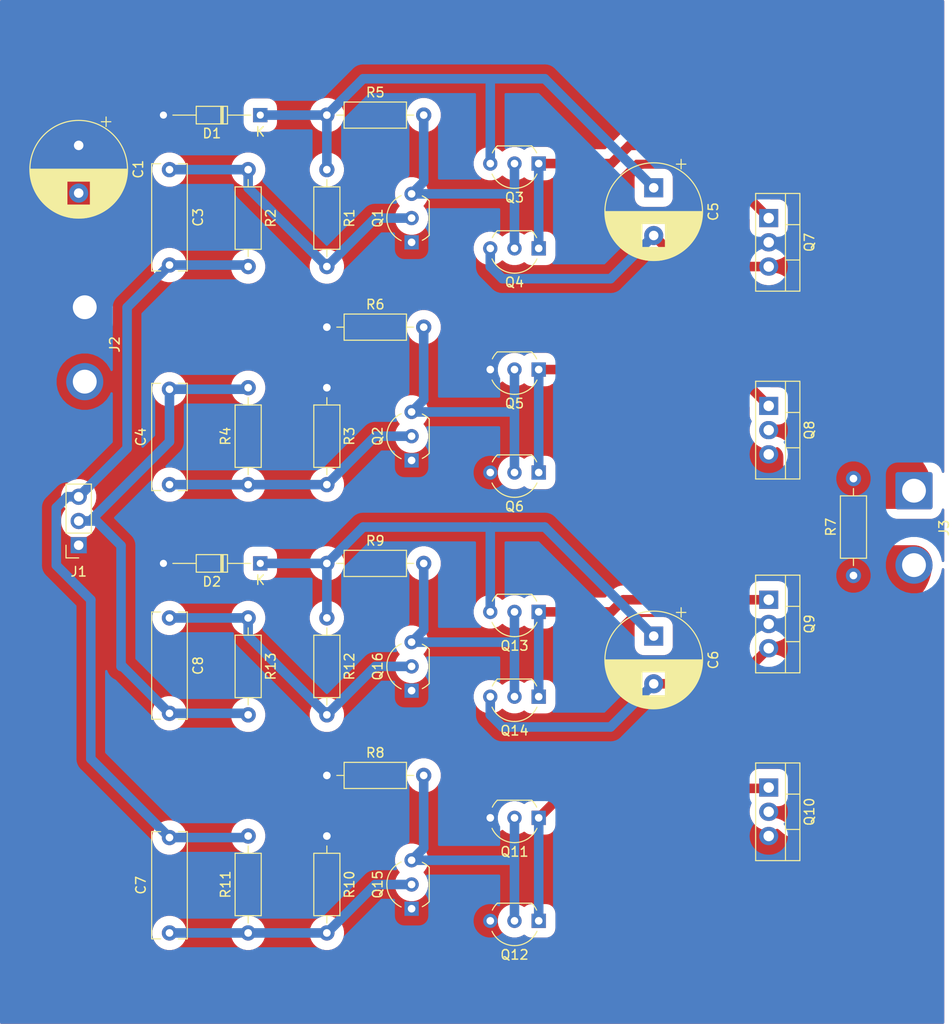
<source format=kicad_pcb>
(kicad_pcb (version 20171130) (host pcbnew "(5.1.6)-1")
  (layers (0 F.Cu signal) (31 B.Cu signal) (34 B.Paste user) (35 F.Paste user) (36 B.SilkS user) (37 F.SilkS user) (38 B.Mask user) (39 F.Mask user) (44 Edge.Cuts user))
  (net 0 "")
  (net 1 GND)
  (net 2 +12V)
  (net 3 SIG_A)
  (net 4 "Net-(C3-Pad1)")
  (net 5 SIG_B)
  (net 6 "Net-(C4-Pad1)")
  (net 7 OUT_A)
  (net 8 "Net-(C5-Pad1)")
  (net 9 OUT_B)
  (net 10 "Net-(C6-Pad1)")
  (net 11 "Net-(C7-Pad1)")
  (net 12 "Net-(C8-Pad1)")
  (net 13 "Net-(Q1-Pad3)")
  (net 14 "Net-(Q2-Pad3)")
  (net 15 "Net-(Q3-Pad1)")
  (net 16 "Net-(Q5-Pad1)")
  (net 17 "Net-(Q13-Pad1)")
  (net 18 "Net-(Q10-Pad1)")
  (net 19 "Net-(Q11-Pad2)")
  (net 20 "Net-(Q13-Pad2)")
  (module Capacitor_THT:CP_Radial_D10.0mm_P5.00mm (layer F.Cu) (at 55.245 44.45 270)
    (fp_text reference C1 (at 2.5 -6.25 90) (layer F.SilkS))
    (fp_text value 1000u)
    (pad 2 thru_hole circle (at 5 0 270) (size 2 2) (drill 1) (layers *.Cu *.Mask) (net 1 GND))
    (pad 1 thru_hole rect (at 0 0 270) (size 2 2) (drill 1) (layers *.Cu *.Mask) (net 2 +12V))
  )
  (module Resistor_THT:R_Axial_DIN0207_L6.3mm_D2.5mm_P10.16mm_Horizontal (layer F.Cu) (at 136.525 89.535 90)
    (fp_text reference R7 (at 5.08 -2.37 90) (layer F.SilkS))
    (fp_text value 470)
    (pad 2 thru_hole oval (at 10.16 0 90) (size 1.6 1.6) (drill 0.8) (layers *.Cu *.Mask) (net 7 OUT_A))
    (pad 1 thru_hole circle (at 0 0 90) (size 1.6 1.6) (drill 0.8) (layers *.Cu *.Mask) (net 9 OUT_B))
  )
  (module Package_TO_SOT_THT:TO-92_Inline_Wide (layer F.Cu) (at 103.505 125.73 180)
    (fp_text reference Q12 (at 2.54 -3.56) (layer F.SilkS))
    (fp_text value Q_PNP_EBC)
    (pad 2 thru_hole circle (at 2.54 0 270) (size 1.5 1.5) (drill 0.8) (layers *.Cu *.Mask) (net 19 "Net-(Q11-Pad2)"))
    (pad 3 thru_hole circle (at 5.08 0 270) (size 1.5 1.5) (drill 0.8) (layers *.Cu *.Mask) (net 1 GND))
    (pad 1 thru_hole rect (at 0 0 270) (size 1.5 1.5) (drill 0.8) (layers *.Cu *.Mask) (net 18 "Net-(Q10-Pad1)"))
  )
  (module Package_TO_SOT_THT:TO-92_Inline_Wide (layer F.Cu) (at 90.17 124.46 90)
    (fp_text reference Q15 (at 2.54 -3.56 90) (layer F.SilkS))
    (fp_text value Q_NPN_EBC)
    (pad 2 thru_hole circle (at 2.54 0 180) (size 1.5 1.5) (drill 0.8) (layers *.Cu *.Mask) (net 11 "Net-(C7-Pad1)"))
    (pad 3 thru_hole circle (at 5.08 0 180) (size 1.5 1.5) (drill 0.8) (layers *.Cu *.Mask) (net 19 "Net-(Q11-Pad2)"))
    (pad 1 thru_hole rect (at 0 0 180) (size 1.5 1.5) (drill 0.8) (layers *.Cu *.Mask) (net 1 GND))
  )
  (module Package_TO_SOT_THT:TO-92_Inline_Wide (layer F.Cu) (at 103.505 114.935 180)
    (fp_text reference Q11 (at 2.54 -3.56) (layer F.SilkS))
    (fp_text value Q_NPN_EBC)
    (pad 2 thru_hole circle (at 2.54 0 270) (size 1.5 1.5) (drill 0.8) (layers *.Cu *.Mask) (net 19 "Net-(Q11-Pad2)"))
    (pad 3 thru_hole circle (at 5.08 0 270) (size 1.5 1.5) (drill 0.8) (layers *.Cu *.Mask) (net 2 +12V))
    (pad 1 thru_hole rect (at 0 0 270) (size 1.5 1.5) (drill 0.8) (layers *.Cu *.Mask) (net 18 "Net-(Q10-Pad1)"))
  )
  (module Resistor_THT:R_Axial_DIN0207_L6.3mm_D2.5mm_P10.16mm_Horizontal (layer F.Cu) (at 81.28 110.49)
    (fp_text reference R8 (at 5.08 -2.37) (layer F.SilkS))
    (fp_text value 1k)
    (pad 1 thru_hole circle (at 0 0) (size 1.6 1.6) (drill 0.8) (layers *.Cu *.Mask) (net 2 +12V))
    (pad 2 thru_hole oval (at 10.16 0) (size 1.6 1.6) (drill 0.8) (layers *.Cu *.Mask) (net 19 "Net-(Q11-Pad2)"))
  )
  (module Resistor_THT:R_Axial_DIN0207_L6.3mm_D2.5mm_P10.16mm_Horizontal (layer F.Cu) (at 81.28 116.84 270)
    (fp_text reference R10 (at 5.08 -2.37 90) (layer F.SilkS))
    (fp_text value 100k)
    (pad 1 thru_hole circle (at 0 0 270) (size 1.6 1.6) (drill 0.8) (layers *.Cu *.Mask) (net 2 +12V))
    (pad 2 thru_hole oval (at 10.16 0 270) (size 1.6 1.6) (drill 0.8) (layers *.Cu *.Mask) (net 11 "Net-(C7-Pad1)"))
  )
  (module Resistor_THT:R_Axial_DIN0207_L6.3mm_D2.5mm_P10.16mm_Horizontal (layer F.Cu) (at 73.025 127 90)
    (fp_text reference R11 (at 5.08 -2.37 90) (layer F.SilkS))
    (fp_text value 2.2k)
    (pad 1 thru_hole circle (at 0 0 90) (size 1.6 1.6) (drill 0.8) (layers *.Cu *.Mask) (net 11 "Net-(C7-Pad1)"))
    (pad 2 thru_hole oval (at 10.16 0 90) (size 1.6 1.6) (drill 0.8) (layers *.Cu *.Mask) (net 3 SIG_A))
  )
  (module Capacitor_THT:C_Rect_L11.0mm_W3.5mm_P10.00mm_MKT (layer F.Cu) (at 64.77 127 90)
    (fp_text reference C7 (at 5 -3 90) (layer F.SilkS))
    (fp_text value 0.1u)
    (pad 1 thru_hole circle (at 0 0 90) (size 1.6 1.6) (drill 0.8) (layers *.Cu *.Mask) (net 11 "Net-(C7-Pad1)"))
    (pad 2 thru_hole circle (at 10 0 90) (size 1.6 1.6) (drill 0.8) (layers *.Cu *.Mask) (net 3 SIG_A))
  )
  (module Package_TO_SOT_THT:TO-92_Inline_Wide (layer F.Cu) (at 103.505 102.235 180)
    (fp_text reference Q14 (at 2.54 -3.56) (layer F.SilkS))
    (fp_text value Q_PNP_EBC)
    (pad 2 thru_hole circle (at 2.54 0 270) (size 1.5 1.5) (drill 0.8) (layers *.Cu *.Mask) (net 20 "Net-(Q13-Pad2)"))
    (pad 3 thru_hole circle (at 5.08 0 270) (size 1.5 1.5) (drill 0.8) (layers *.Cu *.Mask) (net 9 OUT_B))
    (pad 1 thru_hole rect (at 0 0 270) (size 1.5 1.5) (drill 0.8) (layers *.Cu *.Mask) (net 17 "Net-(Q13-Pad1)"))
  )
  (module Package_TO_SOT_THT:TO-92_Inline_Wide (layer F.Cu) (at 90.17 101.6 90)
    (fp_text reference Q16 (at 2.54 -3.56 90) (layer F.SilkS))
    (fp_text value Q_NPN_EBC)
    (pad 2 thru_hole circle (at 2.54 0 180) (size 1.5 1.5) (drill 0.8) (layers *.Cu *.Mask) (net 12 "Net-(C8-Pad1)"))
    (pad 3 thru_hole circle (at 5.08 0 180) (size 1.5 1.5) (drill 0.8) (layers *.Cu *.Mask) (net 20 "Net-(Q13-Pad2)"))
    (pad 1 thru_hole rect (at 0 0 180) (size 1.5 1.5) (drill 0.8) (layers *.Cu *.Mask) (net 1 GND))
  )
  (module Package_TO_SOT_THT:TO-92_Inline_Wide (layer F.Cu) (at 103.505 93.345 180)
    (fp_text reference Q13 (at 2.54 -3.56) (layer F.SilkS))
    (fp_text value Q_NPN_EBC)
    (pad 2 thru_hole circle (at 2.54 0 270) (size 1.5 1.5) (drill 0.8) (layers *.Cu *.Mask) (net 20 "Net-(Q13-Pad2)"))
    (pad 3 thru_hole circle (at 5.08 0 270) (size 1.5 1.5) (drill 0.8) (layers *.Cu *.Mask) (net 10 "Net-(C6-Pad1)"))
    (pad 1 thru_hole rect (at 0 0 270) (size 1.5 1.5) (drill 0.8) (layers *.Cu *.Mask) (net 17 "Net-(Q13-Pad1)"))
  )
  (module Resistor_THT:R_Axial_DIN0207_L6.3mm_D2.5mm_P10.16mm_Horizontal (layer F.Cu) (at 81.28 93.98 270)
    (fp_text reference R12 (at 5.08 -2.37 90) (layer F.SilkS))
    (fp_text value 100k)
    (pad 1 thru_hole circle (at 0 0 270) (size 1.6 1.6) (drill 0.8) (layers *.Cu *.Mask) (net 10 "Net-(C6-Pad1)"))
    (pad 2 thru_hole oval (at 10.16 0 270) (size 1.6 1.6) (drill 0.8) (layers *.Cu *.Mask) (net 12 "Net-(C8-Pad1)"))
  )
  (module Resistor_THT:R_Axial_DIN0207_L6.3mm_D2.5mm_P10.16mm_Horizontal (layer F.Cu) (at 81.28 88.265)
    (fp_text reference R9 (at 5.08 -2.37) (layer F.SilkS))
    (fp_text value 1k)
    (pad 1 thru_hole circle (at 0 0) (size 1.6 1.6) (drill 0.8) (layers *.Cu *.Mask) (net 10 "Net-(C6-Pad1)"))
    (pad 2 thru_hole oval (at 10.16 0) (size 1.6 1.6) (drill 0.8) (layers *.Cu *.Mask) (net 20 "Net-(Q13-Pad2)"))
  )
  (module Resistor_THT:R_Axial_DIN0207_L6.3mm_D2.5mm_P10.16mm_Horizontal (layer F.Cu) (at 73.025 93.98 270)
    (fp_text reference R13 (at 5.08 -2.37 90) (layer F.SilkS))
    (fp_text value 2.2k)
    (pad 1 thru_hole circle (at 0 0 270) (size 1.6 1.6) (drill 0.8) (layers *.Cu *.Mask) (net 12 "Net-(C8-Pad1)"))
    (pad 2 thru_hole oval (at 10.16 0 270) (size 1.6 1.6) (drill 0.8) (layers *.Cu *.Mask) (net 5 SIG_B))
  )
  (module Diode_THT:D_DO-34_SOD68_P10.16mm_Horizontal (layer F.Cu) (at 74.295 88.265 180)
    (fp_text reference D2 (at 5.08 -1.92) (layer F.SilkS))
    (fp_text value D)
    (fp_text user K (at 0 -1.75) (layer F.SilkS))
    (pad 1 thru_hole rect (at 0 0 180) (size 1.5 1.5) (drill 0.75) (layers *.Cu *.Mask) (net 10 "Net-(C6-Pad1)"))
    (pad 2 thru_hole oval (at 10.16 0 180) (size 1.5 1.5) (drill 0.75) (layers *.Cu *.Mask) (net 2 +12V))
  )
  (module Capacitor_THT:CP_Radial_D10.0mm_P5.00mm (layer F.Cu) (at 115.57 95.885 270)
    (fp_text reference C6 (at 2.5 -6.25 90) (layer F.SilkS))
    (fp_text value 10u)
    (pad 1 thru_hole rect (at 0 0 270) (size 2 2) (drill 1) (layers *.Cu *.Mask) (net 10 "Net-(C6-Pad1)"))
    (pad 2 thru_hole circle (at 5 0 270) (size 2 2) (drill 1) (layers *.Cu *.Mask) (net 9 OUT_B))
  )
  (module Capacitor_THT:C_Rect_L11.0mm_W3.5mm_P10.00mm_MKT (layer F.Cu) (at 64.77 93.98 270)
    (fp_text reference C8 (at 5 -3 90) (layer F.SilkS))
    (fp_text value 0.1u)
    (pad 1 thru_hole circle (at 0 0 270) (size 1.6 1.6) (drill 0.8) (layers *.Cu *.Mask) (net 12 "Net-(C8-Pad1)"))
    (pad 2 thru_hole circle (at 10 0 270) (size 1.6 1.6) (drill 0.8) (layers *.Cu *.Mask) (net 5 SIG_B))
  )
  (module Package_TO_SOT_THT:TO-92_Inline_Wide (layer F.Cu) (at 103.505 78.74 180)
    (fp_text reference Q6 (at 2.54 -3.56) (layer F.SilkS))
    (fp_text value Q_PNP_EBC)
    (pad 1 thru_hole rect (at 0 0 270) (size 1.5 1.5) (drill 0.8) (layers *.Cu *.Mask) (net 16 "Net-(Q5-Pad1)"))
    (pad 3 thru_hole circle (at 5.08 0 270) (size 1.5 1.5) (drill 0.8) (layers *.Cu *.Mask) (net 1 GND))
    (pad 2 thru_hole circle (at 2.54 0 270) (size 1.5 1.5) (drill 0.8) (layers *.Cu *.Mask) (net 14 "Net-(Q2-Pad3)"))
  )
  (module Package_TO_SOT_THT:TO-92_Inline_Wide (layer F.Cu) (at 103.505 67.945 180)
    (fp_text reference Q5 (at 2.54 -3.56) (layer F.SilkS))
    (fp_text value Q_NPN_EBC)
    (pad 1 thru_hole rect (at 0 0 270) (size 1.5 1.5) (drill 0.8) (layers *.Cu *.Mask) (net 16 "Net-(Q5-Pad1)"))
    (pad 3 thru_hole circle (at 5.08 0 270) (size 1.5 1.5) (drill 0.8) (layers *.Cu *.Mask) (net 2 +12V))
    (pad 2 thru_hole circle (at 2.54 0 270) (size 1.5 1.5) (drill 0.8) (layers *.Cu *.Mask) (net 14 "Net-(Q2-Pad3)"))
  )
  (module Package_TO_SOT_THT:TO-92_Inline_Wide (layer F.Cu) (at 103.505 55.245 180)
    (fp_text reference Q4 (at 2.54 -3.56) (layer F.SilkS))
    (fp_text value Q_PNP_EBC)
    (pad 1 thru_hole rect (at 0 0 270) (size 1.5 1.5) (drill 0.8) (layers *.Cu *.Mask) (net 15 "Net-(Q3-Pad1)"))
    (pad 3 thru_hole circle (at 5.08 0 270) (size 1.5 1.5) (drill 0.8) (layers *.Cu *.Mask) (net 7 OUT_A))
    (pad 2 thru_hole circle (at 2.54 0 270) (size 1.5 1.5) (drill 0.8) (layers *.Cu *.Mask) (net 13 "Net-(Q1-Pad3)"))
  )
  (module Package_TO_SOT_THT:TO-92_Inline_Wide (layer F.Cu) (at 103.505 46.355 180)
    (fp_text reference Q3 (at 2.54 -3.56) (layer F.SilkS))
    (fp_text value Q_NPN_EBC)
    (pad 1 thru_hole rect (at 0 0 270) (size 1.5 1.5) (drill 0.8) (layers *.Cu *.Mask) (net 15 "Net-(Q3-Pad1)"))
    (pad 3 thru_hole circle (at 5.08 0 270) (size 1.5 1.5) (drill 0.8) (layers *.Cu *.Mask) (net 8 "Net-(C5-Pad1)"))
    (pad 2 thru_hole circle (at 2.54 0 270) (size 1.5 1.5) (drill 0.8) (layers *.Cu *.Mask) (net 13 "Net-(Q1-Pad3)"))
  )
  (module Package_TO_SOT_THT:TO-92_Inline_Wide (layer F.Cu) (at 90.17 77.47 90)
    (fp_text reference Q2 (at 2.54 -3.56 90) (layer F.SilkS))
    (fp_text value Q_NPN_EBC)
    (pad 1 thru_hole rect (at 0 0 180) (size 1.5 1.5) (drill 0.8) (layers *.Cu *.Mask) (net 1 GND))
    (pad 3 thru_hole circle (at 5.08 0 180) (size 1.5 1.5) (drill 0.8) (layers *.Cu *.Mask) (net 14 "Net-(Q2-Pad3)"))
    (pad 2 thru_hole circle (at 2.54 0 180) (size 1.5 1.5) (drill 0.8) (layers *.Cu *.Mask) (net 6 "Net-(C4-Pad1)"))
  )
  (module Package_TO_SOT_THT:TO-92_Inline_Wide (layer F.Cu) (at 90.17 54.61 90)
    (fp_text reference Q1 (at 2.54 -3.56 90) (layer F.SilkS))
    (fp_text value Q_NPN_EBC)
    (pad 1 thru_hole rect (at 0 0 180) (size 1.5 1.5) (drill 0.8) (layers *.Cu *.Mask) (net 1 GND))
    (pad 3 thru_hole circle (at 5.08 0 180) (size 1.5 1.5) (drill 0.8) (layers *.Cu *.Mask) (net 13 "Net-(Q1-Pad3)"))
    (pad 2 thru_hole circle (at 2.54 0 180) (size 1.5 1.5) (drill 0.8) (layers *.Cu *.Mask) (net 4 "Net-(C3-Pad1)"))
  )
  (module Resistor_THT:R_Axial_DIN0207_L6.3mm_D2.5mm_P10.16mm_Horizontal (layer F.Cu) (at 81.28 63.5)
    (fp_text reference R6 (at 5.08 -2.37) (layer F.SilkS))
    (fp_text value 1k)
    (pad 2 thru_hole oval (at 10.16 0) (size 1.6 1.6) (drill 0.8) (layers *.Cu *.Mask) (net 14 "Net-(Q2-Pad3)"))
    (pad 1 thru_hole circle (at 0 0) (size 1.6 1.6) (drill 0.8) (layers *.Cu *.Mask) (net 2 +12V))
  )
  (module Resistor_THT:R_Axial_DIN0207_L6.3mm_D2.5mm_P10.16mm_Horizontal (layer F.Cu) (at 81.28 41.275)
    (fp_text reference R5 (at 5.08 -2.37) (layer F.SilkS))
    (fp_text value 1k)
    (pad 2 thru_hole oval (at 10.16 0) (size 1.6 1.6) (drill 0.8) (layers *.Cu *.Mask) (net 13 "Net-(Q1-Pad3)"))
    (pad 1 thru_hole circle (at 0 0) (size 1.6 1.6) (drill 0.8) (layers *.Cu *.Mask) (net 8 "Net-(C5-Pad1)"))
  )
  (module Resistor_THT:R_Axial_DIN0207_L6.3mm_D2.5mm_P10.16mm_Horizontal (layer F.Cu) (at 73.025 80.01 90)
    (fp_text reference R4 (at 5.08 -2.37 90) (layer F.SilkS))
    (fp_text value 2.2k)
    (pad 2 thru_hole oval (at 10.16 0 90) (size 1.6 1.6) (drill 0.8) (layers *.Cu *.Mask) (net 5 SIG_B))
    (pad 1 thru_hole circle (at 0 0 90) (size 1.6 1.6) (drill 0.8) (layers *.Cu *.Mask) (net 6 "Net-(C4-Pad1)"))
  )
  (module Resistor_THT:R_Axial_DIN0207_L6.3mm_D2.5mm_P10.16mm_Horizontal (layer F.Cu) (at 81.28 69.85 270)
    (fp_text reference R3 (at 5.08 -2.37 90) (layer F.SilkS))
    (fp_text value 100k)
    (pad 2 thru_hole oval (at 10.16 0 270) (size 1.6 1.6) (drill 0.8) (layers *.Cu *.Mask) (net 6 "Net-(C4-Pad1)"))
    (pad 1 thru_hole circle (at 0 0 270) (size 1.6 1.6) (drill 0.8) (layers *.Cu *.Mask) (net 2 +12V))
  )
  (module Resistor_THT:R_Axial_DIN0207_L6.3mm_D2.5mm_P10.16mm_Horizontal (layer F.Cu) (at 73.025 46.99 270)
    (fp_text reference R2 (at 5.08 -2.37 90) (layer F.SilkS))
    (fp_text value 2.2k)
    (pad 2 thru_hole oval (at 10.16 0 270) (size 1.6 1.6) (drill 0.8) (layers *.Cu *.Mask) (net 3 SIG_A))
    (pad 1 thru_hole circle (at 0 0 270) (size 1.6 1.6) (drill 0.8) (layers *.Cu *.Mask) (net 4 "Net-(C3-Pad1)"))
  )
  (module Resistor_THT:R_Axial_DIN0207_L6.3mm_D2.5mm_P10.16mm_Horizontal (layer F.Cu) (at 81.28 46.99 270)
    (fp_text reference R1 (at 5.08 -2.37 90) (layer F.SilkS))
    (fp_text value 100k)
    (pad 2 thru_hole oval (at 10.16 0 270) (size 1.6 1.6) (drill 0.8) (layers *.Cu *.Mask) (net 4 "Net-(C3-Pad1)"))
    (pad 1 thru_hole circle (at 0 0 270) (size 1.6 1.6) (drill 0.8) (layers *.Cu *.Mask) (net 8 "Net-(C5-Pad1)"))
  )
  (module Package_TO_SOT_THT:TO-220-3_Vertical (layer F.Cu) (at 127.635 111.76 270)
    (fp_text reference Q10 (at 2.54 -4.27 90) (layer F.SilkS))
    (fp_text value Q_NMOS_GDS)
    (pad 3 thru_hole oval (at 5.08 0 270) (size 1.905 2) (drill 1.1) (layers *.Cu *.Mask) (net 1 GND))
    (pad 2 thru_hole oval (at 2.54 0 270) (size 1.905 2) (drill 1.1) (layers *.Cu *.Mask) (net 9 OUT_B))
    (pad 1 thru_hole rect (at 0 0 270) (size 1.905 2) (drill 1.1) (layers *.Cu *.Mask) (net 18 "Net-(Q10-Pad1)"))
  )
  (module Package_TO_SOT_THT:TO-220-3_Vertical (layer F.Cu) (at 127.635 92.075 270)
    (fp_text reference Q9 (at 2.54 -4.27 90) (layer F.SilkS))
    (fp_text value Q_NMOS_GDS)
    (pad 3 thru_hole oval (at 5.08 0 270) (size 1.905 2) (drill 1.1) (layers *.Cu *.Mask) (net 9 OUT_B))
    (pad 2 thru_hole oval (at 2.54 0 270) (size 1.905 2) (drill 1.1) (layers *.Cu *.Mask) (net 2 +12V))
    (pad 1 thru_hole rect (at 0 0 270) (size 1.905 2) (drill 1.1) (layers *.Cu *.Mask) (net 17 "Net-(Q13-Pad1)"))
  )
  (module Package_TO_SOT_THT:TO-220-3_Vertical (layer F.Cu) (at 127.635 71.755 270)
    (fp_text reference Q8 (at 2.54 -4.27 90) (layer F.SilkS))
    (fp_text value Q_NMOS_GDS)
    (pad 3 thru_hole oval (at 5.08 0 270) (size 1.905 2) (drill 1.1) (layers *.Cu *.Mask) (net 1 GND))
    (pad 2 thru_hole oval (at 2.54 0 270) (size 1.905 2) (drill 1.1) (layers *.Cu *.Mask) (net 7 OUT_A))
    (pad 1 thru_hole rect (at 0 0 270) (size 1.905 2) (drill 1.1) (layers *.Cu *.Mask) (net 16 "Net-(Q5-Pad1)"))
  )
  (module Package_TO_SOT_THT:TO-220-3_Vertical (layer F.Cu) (at 127.635 52.07 270)
    (fp_text reference Q7 (at 2.54 -4.27 90) (layer F.SilkS))
    (fp_text value Q_NMOS_GDS)
    (pad 3 thru_hole oval (at 5.08 0 270) (size 1.905 2) (drill 1.1) (layers *.Cu *.Mask) (net 7 OUT_A))
    (pad 2 thru_hole oval (at 2.54 0 270) (size 1.905 2) (drill 1.1) (layers *.Cu *.Mask) (net 2 +12V))
    (pad 1 thru_hole rect (at 0 0 270) (size 1.905 2) (drill 1.1) (layers *.Cu *.Mask) (net 15 "Net-(Q3-Pad1)"))
  )
  (module Connector_Wire:SolderWire-2sqmm_1x02_P7.8mm_D2mm_OD3.9mm (layer F.Cu) (at 142.875 80.645 270)
    (fp_text reference J3 (at 3.9 -3.15 90) (layer F.SilkS))
    (fp_text value Screw_Terminal_01x02)
    (pad 2 thru_hole circle (at 7.8 0 270) (size 3.9 3.9) (drill 2.5) (layers *.Cu *.Mask) (net 9 OUT_B))
    (pad 1 thru_hole roundrect (at 0 0 270) (size 3.9 3.9) (drill 2.5) (layers *.Cu *.Mask) (roundrect_rratio 0.06410299999999999) (net 7 OUT_A))
  )
  (module Connector_Wire:SolderWire-2sqmm_1x02_P7.8mm_D2mm_OD3.9mm (layer F.Cu) (at 55.88 61.415 270)
    (fp_text reference J2 (at 3.9 -3.15 90) (layer F.SilkS))
    (fp_text value Screw_Terminal_01x02)
    (pad 2 thru_hole circle (at 7.8 0 270) (size 3.9 3.9) (drill 2.5) (layers *.Cu *.Mask) (net 1 GND))
    (pad 1 thru_hole roundrect (at 0 0 270) (size 3.9 3.9) (drill 2.5) (layers *.Cu *.Mask) (roundrect_rratio 0.06410299999999999) (net 2 +12V))
  )
  (module Connector_PinSocket_2.54mm:PinSocket_1x03_P2.54mm_Vertical (layer F.Cu) (at 55.245 86.36 180)
    (fp_text reference J1 (at 0 -2.77) (layer F.SilkS))
    (fp_text value Conn_01x04)
    (pad 3 thru_hole oval (at 0 5.08 180) (size 1.7 1.7) (drill 1) (layers *.Cu *.Mask) (net 3 SIG_A))
    (pad 2 thru_hole oval (at 0 2.54 180) (size 1.7 1.7) (drill 1) (layers *.Cu *.Mask) (net 5 SIG_B))
    (pad 1 thru_hole rect (at 0 0 180) (size 1.7 1.7) (drill 1) (layers *.Cu *.Mask) (net 1 GND))
  )
  (module Diode_THT:D_DO-34_SOD68_P10.16mm_Horizontal (layer F.Cu) (at 74.295 41.275 180)
    (fp_text reference D1 (at 5.08 -1.92) (layer F.SilkS))
    (fp_text value D)
    (fp_text user K (at 0 -1.75) (layer F.SilkS))
    (pad 2 thru_hole oval (at 10.16 0 180) (size 1.5 1.5) (drill 0.75) (layers *.Cu *.Mask) (net 2 +12V))
    (pad 1 thru_hole rect (at 0 0 180) (size 1.5 1.5) (drill 0.75) (layers *.Cu *.Mask) (net 8 "Net-(C5-Pad1)"))
  )
  (module Capacitor_THT:CP_Radial_D10.0mm_P5.00mm (layer F.Cu) (at 115.57 48.895 270)
    (fp_text reference C5 (at 2.5 -6.25 90) (layer F.SilkS))
    (fp_text value 10u)
    (pad 2 thru_hole circle (at 5 0 270) (size 2 2) (drill 1) (layers *.Cu *.Mask) (net 7 OUT_A))
    (pad 1 thru_hole rect (at 0 0 270) (size 2 2) (drill 1) (layers *.Cu *.Mask) (net 8 "Net-(C5-Pad1)"))
  )
  (module Capacitor_THT:C_Rect_L11.0mm_W3.5mm_P10.00mm_MKT (layer F.Cu) (at 64.77 80.01 90)
    (fp_text reference C4 (at 5 -3 90) (layer F.SilkS))
    (fp_text value 0.1u)
    (pad 2 thru_hole circle (at 10 0 90) (size 1.6 1.6) (drill 0.8) (layers *.Cu *.Mask) (net 5 SIG_B))
    (pad 1 thru_hole circle (at 0 0 90) (size 1.6 1.6) (drill 0.8) (layers *.Cu *.Mask) (net 6 "Net-(C4-Pad1)"))
  )
  (module Capacitor_THT:C_Rect_L11.0mm_W3.5mm_P10.00mm_MKT (layer F.Cu) (at 64.77 46.99 270)
    (fp_text reference C3 (at 5 -3 90) (layer F.SilkS))
    (fp_text value 0.1u)
    (pad 2 thru_hole circle (at 10 0 270) (size 1.6 1.6) (drill 0.8) (layers *.Cu *.Mask) (net 3 SIG_A))
    (pad 1 thru_hole circle (at 0 0 270) (size 1.6 1.6) (drill 0.8) (layers *.Cu *.Mask) (net 4 "Net-(C3-Pad1)"))
  )
  (segment (start 72.865 56.99) (end 73.025 57.15) (width 1) (layer B.Cu) (net 3))
  (segment (start 64.77 56.99) (end 72.865 56.99) (width 1) (layer B.Cu) (net 3))
  (segment (start 64.77 117) (end 72.865 117) (width 1) (layer B.Cu) (net 3))
  (segment (start 72.865 117) (end 73.025 116.84) (width 1) (layer B.Cu) (net 3))
  (segment (start 60.325 61.435) (end 64.77 56.99) (width 1) (layer B.Cu) (net 3))
  (segment (start 55.245 81.28) (end 60.325 76.2) (width 1) (layer B.Cu) (net 3))
  (segment (start 60.325 76.2) (end 60.325 61.435) (width 1) (layer B.Cu) (net 3))
  (segment (start 56.515 108.745) (end 64.77 117) (width 1) (layer B.Cu) (net 3))
  (segment (start 52.894999 82.42792) (end 52.894999 88.454999) (width 1) (layer B.Cu) (net 3))
  (segment (start 54.042919 81.28) (end 52.894999 82.42792) (width 1) (layer B.Cu) (net 3))
  (segment (start 52.894999 88.454999) (end 56.515 92.075) (width 1) (layer B.Cu) (net 3))
  (segment (start 55.245 81.28) (end 54.042919 81.28) (width 1) (layer B.Cu) (net 3))
  (segment (start 56.515 92.075) (end 56.515 108.745) (width 1) (layer B.Cu) (net 3))
  (segment (start 64.77 46.99) (end 73.025 46.99) (width 1) (layer B.Cu) (net 4))
  (segment (start 73.025 48.895) (end 81.28 57.15) (width 1) (layer B.Cu) (net 4))
  (segment (start 73.025 46.99) (end 73.025 48.895) (width 1) (layer B.Cu) (net 4))
  (segment (start 86.36 52.07) (end 90.17 52.07) (width 1) (layer B.Cu) (net 4))
  (segment (start 81.28 57.15) (end 86.36 52.07) (width 1) (layer B.Cu) (net 4))
  (segment (start 64.77 103.98) (end 72.865 103.98) (width 1) (layer B.Cu) (net 5))
  (segment (start 72.865 103.98) (end 73.025 104.14) (width 1) (layer B.Cu) (net 5))
  (segment (start 72.865 70.01) (end 73.025 69.85) (width 1) (layer B.Cu) (net 5))
  (segment (start 64.77 70.01) (end 72.865 70.01) (width 1) (layer B.Cu) (net 5))
  (segment (start 64.77 75.497081) (end 64.77 70.01) (width 1) (layer B.Cu) (net 5))
  (segment (start 56.447081 83.82) (end 64.77 75.497081) (width 1) (layer B.Cu) (net 5))
  (segment (start 55.245 83.82) (end 56.447081 83.82) (width 1) (layer B.Cu) (net 5))
  (segment (start 57.105002 83.82) (end 59.69 86.404998) (width 1) (layer B.Cu) (net 5))
  (segment (start 55.245 83.82) (end 57.105002 83.82) (width 1) (layer B.Cu) (net 5))
  (segment (start 59.69 86.404998) (end 59.69 99.06) (width 1) (layer B.Cu) (net 5))
  (segment (start 59.85 99.06) (end 64.77 103.98) (width 1) (layer B.Cu) (net 5))
  (segment (start 59.69 99.06) (end 59.85 99.06) (width 1) (layer B.Cu) (net 5))
  (segment (start 64.77 80.01) (end 73.025 80.01) (width 1) (layer B.Cu) (net 6))
  (segment (start 73.025 80.01) (end 81.28 80.01) (width 1) (layer B.Cu) (net 6))
  (segment (start 86.36 74.93) (end 90.17 74.93) (width 1) (layer B.Cu) (net 6))
  (segment (start 81.28 80.01) (end 86.36 74.93) (width 1) (layer B.Cu) (net 6))
  (segment (start 98.425 55.245) (end 98.425 57.15) (width 1) (layer B.Cu) (net 7))
  (segment (start 98.425 57.15) (end 99.695 58.42) (width 1) (layer B.Cu) (net 7))
  (segment (start 111.045 58.42) (end 115.57 53.895) (width 1) (layer B.Cu) (net 7))
  (segment (start 99.695 58.42) (end 111.045 58.42) (width 1) (layer B.Cu) (net 7))
  (segment (start 118.825 57.15) (end 127.635 57.15) (width 1) (layer F.Cu) (net 7))
  (segment (start 115.57 53.895) (end 118.825 57.15) (width 1) (layer F.Cu) (net 7))
  (segment (start 74.295 41.275) (end 81.28 41.275) (width 1) (layer B.Cu) (net 8))
  (segment (start 81.28 41.275) (end 81.28 46.99) (width 1) (layer B.Cu) (net 8))
  (segment (start 81.28 41.275) (end 85.09 37.465) (width 1) (layer B.Cu) (net 8))
  (segment (start 85.09 37.465) (end 98.425 37.465) (width 1) (layer B.Cu) (net 8))
  (segment (start 104.14 37.465) (end 115.57 48.895) (width 1) (layer B.Cu) (net 8))
  (segment (start 98.425 37.465) (end 104.14 37.465) (width 1) (layer B.Cu) (net 8))
  (segment (start 98.425 46.355) (end 98.425 37.465) (width 1) (layer B.Cu) (net 8))
  (segment (start 111.045 105.41) (end 115.57 100.885) (width 1) (layer B.Cu) (net 9))
  (segment (start 98.425 104.14) (end 99.695 105.41) (width 1) (layer B.Cu) (net 9))
  (segment (start 98.425 102.235) (end 98.425 104.14) (width 1) (layer B.Cu) (net 9))
  (segment (start 99.695 105.41) (end 111.045 105.41) (width 1) (layer B.Cu) (net 9))
  (segment (start 123.905 100.885) (end 127.635 97.155) (width 1) (layer F.Cu) (net 9))
  (segment (start 115.57 100.885) (end 123.905 100.885) (width 1) (layer F.Cu) (net 9))
  (segment (start 81.28 88.265) (end 81.28 93.98) (width 1) (layer B.Cu) (net 10))
  (segment (start 81.28 88.265) (end 85.09 84.455) (width 1) (layer B.Cu) (net 10))
  (segment (start 85.09 84.455) (end 98.425 84.455) (width 1) (layer B.Cu) (net 10))
  (segment (start 104.14 84.455) (end 115.57 95.885) (width 1) (layer B.Cu) (net 10))
  (segment (start 98.425 84.455) (end 104.14 84.455) (width 1) (layer B.Cu) (net 10))
  (segment (start 98.425 93.345) (end 98.425 84.455) (width 1) (layer B.Cu) (net 10))
  (segment (start 74.295 88.265) (end 81.28 88.265) (width 1) (layer B.Cu) (net 10))
  (segment (start 81.28 127) (end 86.36 121.92) (width 1) (layer B.Cu) (net 11))
  (segment (start 86.36 121.92) (end 90.17 121.92) (width 1) (layer B.Cu) (net 11))
  (segment (start 64.77 127) (end 73.025 127) (width 1) (layer B.Cu) (net 11))
  (segment (start 73.025 127) (end 81.28 127) (width 1) (layer B.Cu) (net 11))
  (segment (start 64.77 93.98) (end 73.025 93.98) (width 1) (layer B.Cu) (net 12))
  (segment (start 81.28 104.14) (end 86.36 99.06) (width 1) (layer B.Cu) (net 12))
  (segment (start 86.36 99.06) (end 90.17 99.06) (width 1) (layer B.Cu) (net 12))
  (segment (start 73.025 93.98) (end 73.025 95.885) (width 1) (layer B.Cu) (net 12))
  (segment (start 73.025 95.885) (end 81.28 104.14) (width 1) (layer B.Cu) (net 12))
  (segment (start 91.44 48.26) (end 90.17 49.53) (width 1) (layer B.Cu) (net 13))
  (segment (start 91.44 41.275) (end 91.44 48.26) (width 1) (layer B.Cu) (net 13))
  (segment (start 90.17 49.53) (end 100.965 49.53) (width 1) (layer B.Cu) (net 13))
  (segment (start 100.965 46.355) (end 100.965 49.53) (width 1) (layer B.Cu) (net 13))
  (segment (start 100.965 49.53) (end 100.965 55.245) (width 1) (layer B.Cu) (net 13))
  (segment (start 91.44 71.12) (end 90.17 72.39) (width 1) (layer B.Cu) (net 14))
  (segment (start 91.44 63.5) (end 91.44 71.12) (width 1) (layer B.Cu) (net 14))
  (segment (start 90.17 72.39) (end 100.965 72.39) (width 1) (layer B.Cu) (net 14))
  (segment (start 100.965 67.945) (end 100.965 72.39) (width 1) (layer B.Cu) (net 14))
  (segment (start 100.965 72.39) (end 100.965 78.74) (width 1) (layer B.Cu) (net 14))
  (segment (start 103.505 46.355) (end 103.505 55.245) (width 1) (layer B.Cu) (net 15))
  (segment (start 103.505 46.355) (end 111.125 46.355) (width 1) (layer F.Cu) (net 15))
  (segment (start 111.125 46.355) (end 113.03 44.45) (width 1) (layer F.Cu) (net 15))
  (segment (start 120.015 44.45) (end 127.635 52.07) (width 1) (layer F.Cu) (net 15))
  (segment (start 113.03 44.45) (end 120.015 44.45) (width 1) (layer F.Cu) (net 15))
  (segment (start 103.505 67.945) (end 103.505 78.74) (width 1) (layer B.Cu) (net 16))
  (segment (start 123.825 67.945) (end 127.635 71.755) (width 1) (layer F.Cu) (net 16))
  (segment (start 103.505 67.945) (end 123.825 67.945) (width 1) (layer F.Cu) (net 16))
  (segment (start 103.505 93.345) (end 103.505 102.235) (width 1) (layer B.Cu) (net 17))
  (segment (start 103.505 93.345) (end 111.125 93.345) (width 1) (layer F.Cu) (net 17))
  (segment (start 112.395 92.075) (end 127.635 92.075) (width 1) (layer F.Cu) (net 17))
  (segment (start 111.125 93.345) (end 112.395 92.075) (width 1) (layer F.Cu) (net 17))
  (segment (start 103.505 114.935) (end 103.505 125.73) (width 1) (layer B.Cu) (net 18))
  (segment (start 127.54751 111.84749) (end 127.635 111.76) (width 1) (layer B.Cu) (net 18))
  (segment (start 106.59251 111.84749) (end 127.54751 111.84749) (width 1) (layer F.Cu) (net 18))
  (segment (start 103.505 114.935) (end 106.59251 111.84749) (width 1) (layer F.Cu) (net 18))
  (segment (start 91.44 110.49) (end 91.44 118.11) (width 1) (layer B.Cu) (net 19))
  (segment (start 91.44 118.11) (end 90.17 119.38) (width 1) (layer B.Cu) (net 19))
  (segment (start 100.965 114.935) (end 100.965 119.38) (width 1) (layer B.Cu) (net 19))
  (segment (start 90.17 119.38) (end 100.965 119.38) (width 1) (layer B.Cu) (net 19))
  (segment (start 100.965 119.38) (end 100.965 125.73) (width 1) (layer B.Cu) (net 19))
  (segment (start 91.44 95.25) (end 90.17 96.52) (width 1) (layer B.Cu) (net 20))
  (segment (start 91.44 88.265) (end 91.44 95.25) (width 1) (layer B.Cu) (net 20))
  (segment (start 90.17 96.52) (end 100.965 96.52) (width 1) (layer B.Cu) (net 20))
  (segment (start 100.965 93.345) (end 100.965 96.52) (width 1) (layer B.Cu) (net 20))
  (segment (start 100.965 96.52) (end 100.965 102.235) (width 1) (layer B.Cu) (net 20))
  (zone (net 7) (net_name OUT_A) (layer F.Cu) (priority 1) (connect_pads yes (clearance 0.508)) (min_thickness 0.254) (fill yes (arc_segments 32) (thermal_gap 0.508) (thermal_bridge_width 0.508) (smoothing fillet) (radius 10))
    (polygon (pts (xy 130.175 82.55) (xy 130.175 76.2) (xy 128.905 74.93) (xy 127 74.93) (xy 127 73.66) (xy 128.905 73.66) (xy 130.175 72.39) (xy 130.175 59.055) (xy 128.905 57.785) (xy 127 57.785) (xy 127 56.515) (xy 128.905 56.515) (xy 130.175 55.245) (xy 140.335 55.245) (xy 140.335 73.66) (xy 144.78 78.74) (xy 144.78 82.55)))
  )
  (zone (net 2) (net_name +12V) (layer B.Cu) (connect_pads yes (clearance 0.508)) (min_thickness 0.254) (fill yes (arc_segments 32) (thermal_gap 0.508) (thermal_bridge_width 0.508))
    (polygon (pts (xy 146.05 136.525) (xy 46.99 136.525) (xy 46.99 29.21) (xy 146.05 29.21)))
  )
  (zone (net 1) (net_name GND) (layer F.Cu) (connect_pads yes (clearance 0.508)) (min_thickness 0.254) (fill yes (arc_segments 32) (thermal_gap 0.508) (thermal_bridge_width 0.508))
    (polygon (pts (xy 146.05 136.525) (xy 46.99 136.525) (xy 46.99 29.21) (xy 146.05 29.21)))
  )
  (zone (net 9) (net_name OUT_B) (layer F.Cu) (priority 1) (connect_pads yes (clearance 0.508)) (min_thickness 0.254) (fill yes (arc_segments 32) (thermal_gap 0.508) (thermal_bridge_width 0.508) (smoothing fillet) (radius 10))
    (polygon (pts (xy 130.175 86.36) (xy 130.175 95.25) (xy 128.905 96.52) (xy 127 96.52) (xy 127 97.79) (xy 128.905 97.79) (xy 130.175 99.06) (xy 130.175 112.395) (xy 128.905 113.665) (xy 127 113.665) (xy 127 114.935) (xy 128.905 114.935) (xy 130.175 116.205) (xy 140.335 116.205) (xy 140.335 95.25) (xy 144.78 90.17) (xy 144.78 86.36)))
  )
)
</source>
